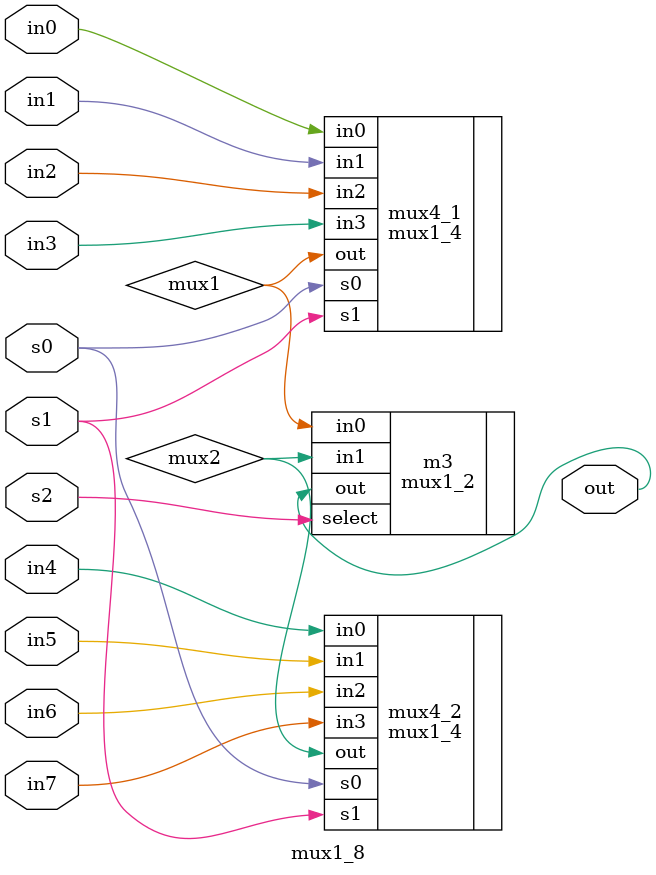
<source format=v>
module mux1_8(s0, s1, s2, in0, in1, in2, in3,in4,in5,in6,in7, out);
	input s0,s1,s2;
	input in0, in1,in2,in3,in4,in5,in6,in7;
	output out;
	wire mux1, mux2;
	mux1_4 mux4_1(.s0(s0), .s1(s1), .in0(in0), .in1(in1), .in2(in2), .in3(in3), .out(mux1));
	mux1_4 mux4_2(.s0(s0), .s1(s1), .in0(in4), .in1(in5), .in2(in6), .in3(in7), .out(mux2));

	mux1_2 m3(.select(s2), .in0(mux1), .in1(mux2), .out(out));
endmodule

</source>
